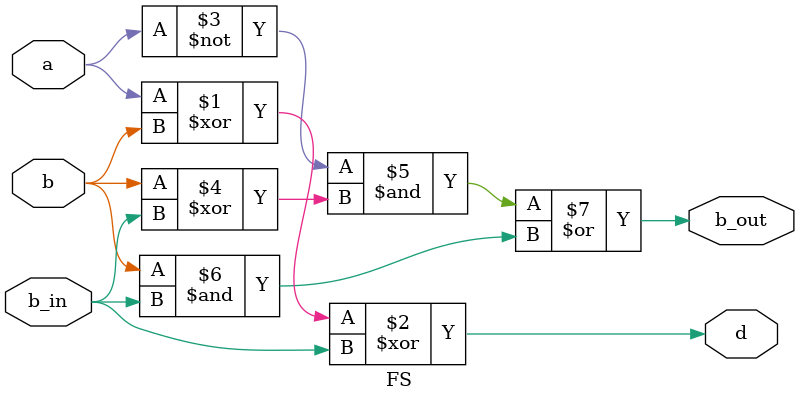
<source format=v>
`timescale 1ns / 1ps
module FS

(input  a ,b, b_in,
output  d,b_out
    );
assign  d = a^b^b_in;
assign  b_out=(~a & (b^b_in)) |( b & b_in);

endmodule

</source>
